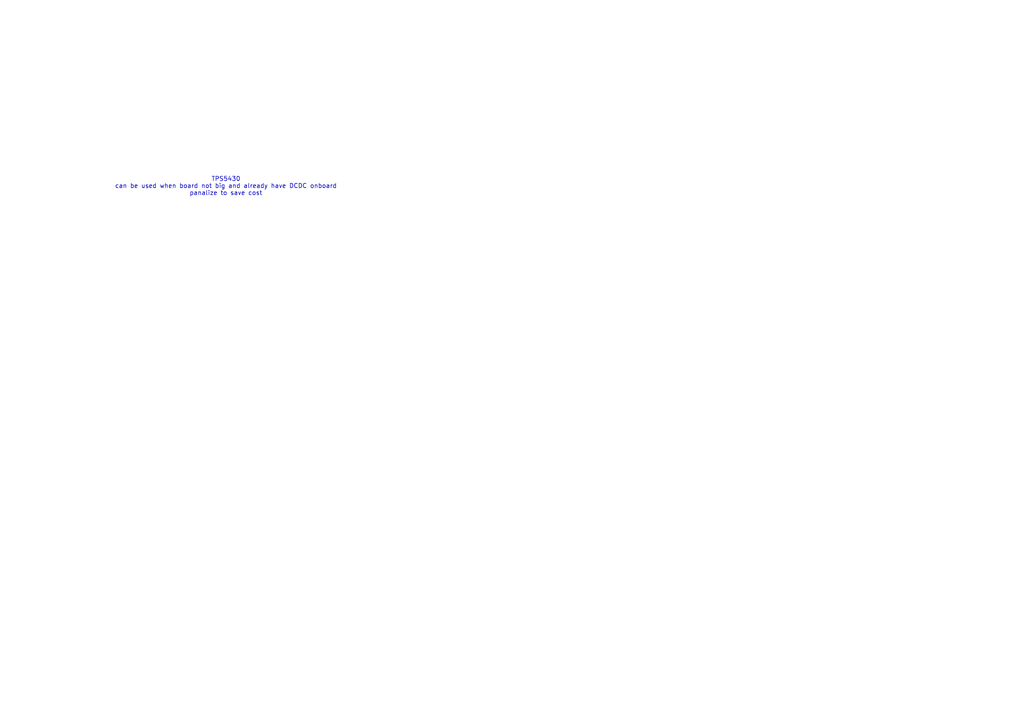
<source format=kicad_sch>
(kicad_sch
	(version 20231120)
	(generator "eeschema")
	(generator_version "8.0")
	(uuid "9ae6a658-4093-4bc3-99a7-a176ae05e3f1")
	(paper "A4")
	(lib_symbols)
	(text "TPS5430\ncan be used when board not big and already have DCDC onboard\npanalize to save cost"
		(exclude_from_sim no)
		(at 65.532 54.102 0)
		(effects
			(font
				(size 1.27 1.27)
			)
		)
		(uuid "b9306d43-995a-4048-846d-1983d63b1d9f")
	)
	(sheet_instances
		(path "/"
			(page "1")
		)
	)
)

</source>
